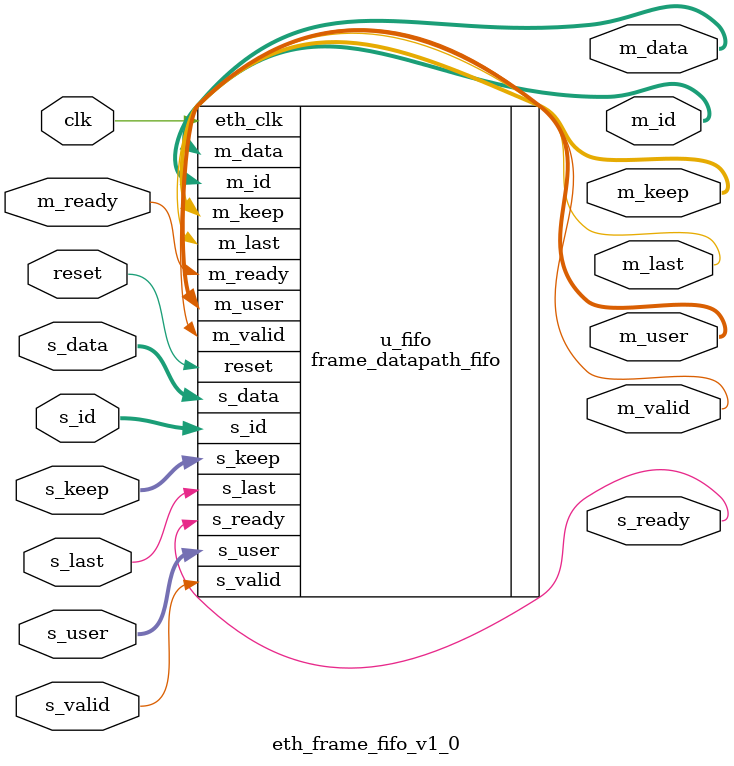
<source format=sv>

`timescale 1 ns / 1 ps

module eth_frame_fifo_v1_0 #(
    parameter ENABLE = 1,
    parameter DATA_WIDTH = 64,
    parameter ID_WIDTH = 3
) (
    input  wire clk,
    input  wire reset,

    input  wire [DATA_WIDTH - 1:0] s_data,
    input  wire [DATA_WIDTH / 8 - 1:0] s_keep,
    input  wire s_last,
    input  wire [DATA_WIDTH / 8 - 1:0] s_user,
    input  wire [ID_WIDTH - 1:0] s_id,
    input  wire s_valid,
    output wire s_ready,

    output wire [DATA_WIDTH - 1:0] m_data,
    output wire [DATA_WIDTH / 8 - 1:0] m_keep,
    output wire m_last,
    output wire [DATA_WIDTH / 8 - 1:0] m_user,
    output wire [ID_WIDTH - 1:0] m_id,
    output wire m_valid,
    input  wire m_ready
);

frame_datapath_fifo #(
    .ENABLE (ENABLE),
    .DATA_WIDTH (DATA_WIDTH),
    .ID_WIDTH (ID_WIDTH)
) u_fifo (
    .eth_clk (clk),
    .reset,

    .s_data,
    .s_keep,
    .s_last,
    .s_user,
    .s_id,
    .s_valid,
    .s_ready,

    .m_data,
    .m_keep,
    .m_last,
    .m_user,
    .m_id,
    .m_valid,
    .m_ready
);


endmodule
</source>
